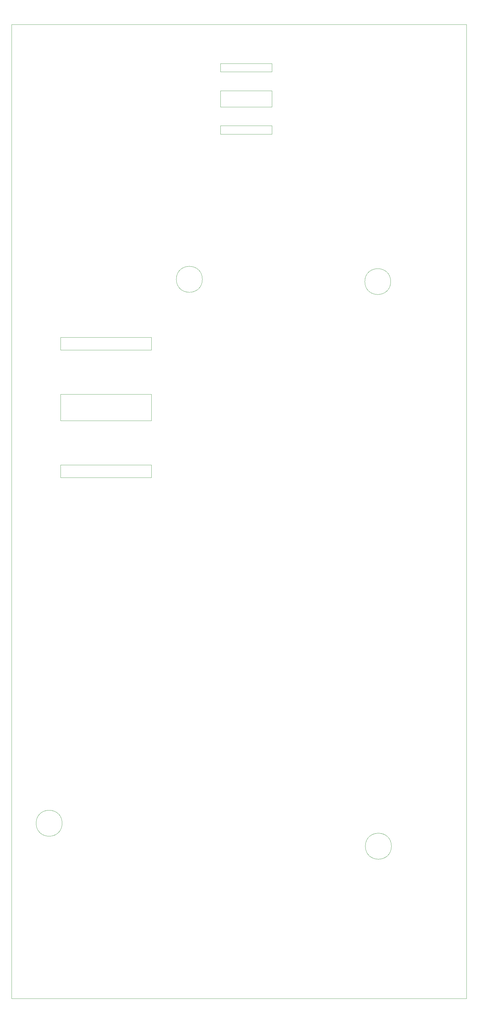
<source format=gm1>
G04 #@! TF.GenerationSoftware,KiCad,Pcbnew,9.0.3*
G04 #@! TF.CreationDate,2025-10-06T17:39:24+02:00*
G04 #@! TF.ProjectId,LLC_DCDC_V3,4c4c435f-4443-4444-935f-56332e6b6963,rev?*
G04 #@! TF.SameCoordinates,Original*
G04 #@! TF.FileFunction,Profile,NP*
%FSLAX46Y46*%
G04 Gerber Fmt 4.6, Leading zero omitted, Abs format (unit mm)*
G04 Created by KiCad (PCBNEW 9.0.3) date 2025-10-06 17:39:24*
%MOMM*%
%LPD*%
G01*
G04 APERTURE LIST*
G04 #@! TA.AperFunction,Profile*
%ADD10C,0.100000*%
G04 #@! TD*
G04 #@! TA.AperFunction,Profile*
%ADD11C,0.050000*%
G04 #@! TD*
G04 APERTURE END LIST*
D10*
X194010013Y-131315000D02*
G75*
G02*
X186049987Y-131315000I-3980013J0D01*
G01*
X186049987Y-131315000D02*
G75*
G02*
X194010013Y-131315000I3980013J0D01*
G01*
X194230012Y-305195000D02*
G75*
G02*
X186209988Y-305195000I-4010012J0D01*
G01*
X186209988Y-305195000D02*
G75*
G02*
X194230012Y-305195000I4010012J0D01*
G01*
X92920000Y-298125000D02*
G75*
G02*
X84920000Y-298125000I-4000000J0D01*
G01*
X84920000Y-298125000D02*
G75*
G02*
X92920000Y-298125000I4000000J0D01*
G01*
D11*
X77330000Y-52115000D02*
X217330000Y-52115000D01*
X217330000Y-352115000D01*
X77330000Y-352115000D01*
X77330000Y-52115000D01*
D10*
X136060000Y-130615000D02*
G75*
G02*
X128060000Y-130615000I-4000000J0D01*
G01*
X128060000Y-130615000D02*
G75*
G02*
X136060000Y-130615000I4000000J0D01*
G01*
D11*
X120343367Y-148471734D02*
X92443367Y-148471734D01*
X92443367Y-152381734D01*
X120343367Y-152381734D01*
X120343367Y-148471734D01*
X120353367Y-166011734D02*
X92463367Y-166011734D01*
X92463367Y-174131734D01*
X120353367Y-174131734D01*
X120353367Y-166011734D01*
X120363367Y-187761734D02*
X92463367Y-187761734D01*
X92463367Y-191671734D01*
X120363367Y-191671734D01*
X120363367Y-187761734D01*
X141657500Y-66715000D02*
X157447500Y-66715000D01*
X157447500Y-64115000D01*
X141657500Y-64115000D01*
X141657500Y-66715000D01*
X141657500Y-77515000D02*
X157457500Y-77515000D01*
X157457500Y-72505000D01*
X141657500Y-72505000D01*
X141657500Y-77515000D01*
X141657500Y-85905000D02*
X157457500Y-85905000D01*
X157457500Y-83315000D01*
X141657500Y-83315000D01*
X141657500Y-85905000D01*
M02*

</source>
